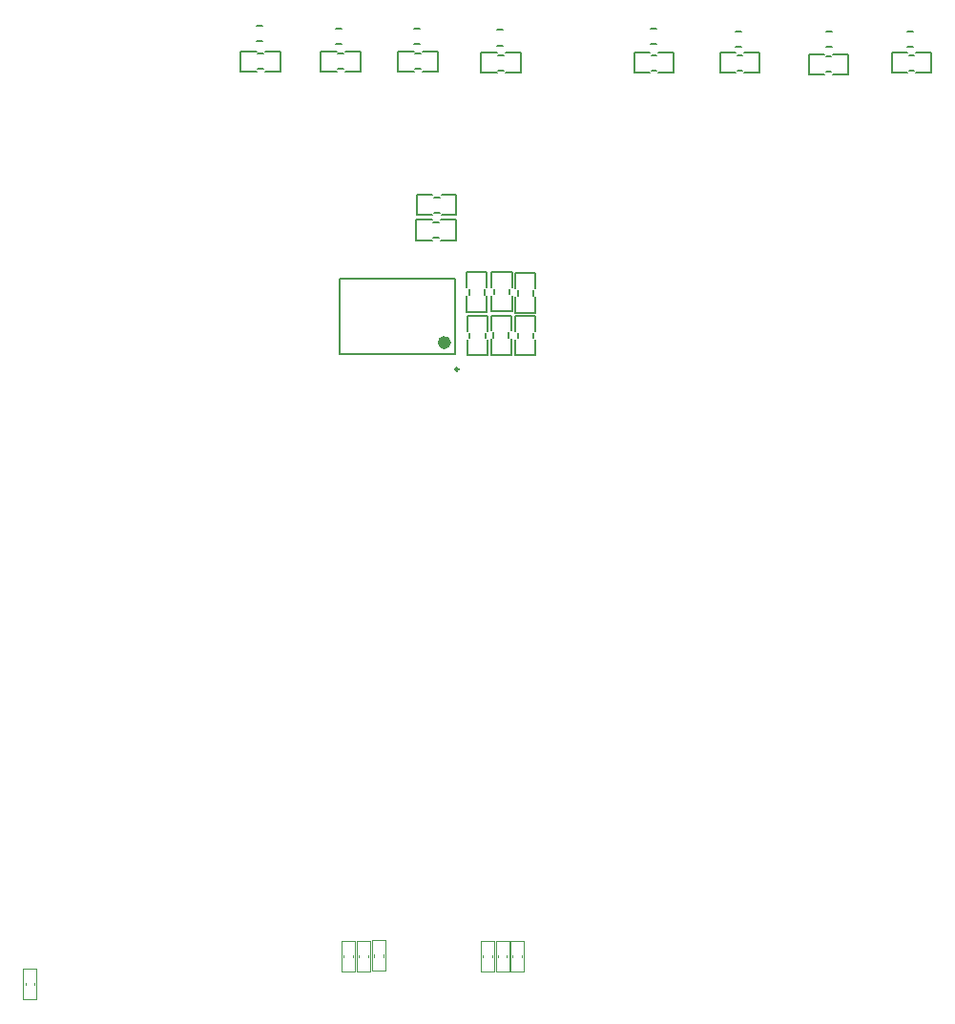
<source format=gbo>
G04*
G04 #@! TF.GenerationSoftware,Altium Limited,Altium Designer,21.9.2 (33)*
G04*
G04 Layer_Color=32896*
%FSTAX24Y24*%
%MOIN*%
G70*
G04*
G04 #@! TF.SameCoordinates,8777FA3C-9CA2-4F10-8BE3-E232CA162E6C*
G04*
G04*
G04 #@! TF.FilePolarity,Positive*
G04*
G01*
G75*
%ADD10C,0.0098*%
%ADD11C,0.0079*%
%ADD13C,0.0236*%
%ADD14C,0.0070*%
%ADD16C,0.0040*%
D10*
X025818Y035864D02*
G03*
X025818Y035864I-000049J0D01*
G01*
D11*
X021666Y036405D02*
X025721D01*
X021666Y039043D02*
X025721D01*
Y036405D02*
Y039043D01*
X021666Y036405D02*
Y039043D01*
X026961Y03637D02*
X027671D01*
X026961D02*
Y036915D01*
X027671Y03637D02*
Y036915D01*
Y03722D02*
Y037748D01*
X026961D02*
X027671D01*
X026961Y03722D02*
Y037748D01*
X024347Y04038D02*
Y04109D01*
X024892D01*
X024347Y04038D02*
X024892D01*
X025197D02*
X025725D01*
Y04109D01*
X025197D02*
X025725D01*
X024375Y041254D02*
Y041964D01*
X02492D01*
X024375Y041254D02*
X02492D01*
X025225D02*
X025753D01*
Y041964D01*
X025225D02*
X025753D01*
X026131Y03636D02*
X026841D01*
X026131D02*
Y036905D01*
X026841Y03636D02*
Y036905D01*
Y03721D02*
Y037738D01*
X026131D02*
X026841D01*
X026131Y03721D02*
Y037738D01*
X026104Y037875D02*
X026814D01*
X026104D02*
Y03842D01*
X026814Y037875D02*
Y03842D01*
Y038725D02*
Y039253D01*
X026104D02*
X026814D01*
X026104Y038725D02*
Y039253D01*
X027808Y036357D02*
X028518D01*
X027808D02*
Y036902D01*
X028518Y036357D02*
Y036902D01*
Y037207D02*
Y037735D01*
X027808D02*
X028518D01*
X027808Y037207D02*
Y037735D01*
X027804Y037845D02*
X028514D01*
X027804D02*
Y03839D01*
X028514Y037845D02*
Y03839D01*
Y038695D02*
Y039223D01*
X027804D02*
X028514D01*
X027804Y038695D02*
Y039223D01*
X026984Y037885D02*
X027694D01*
X026984D02*
Y03843D01*
X027694Y037885D02*
Y03843D01*
Y038735D02*
Y039263D01*
X026984D02*
X027694D01*
X026984Y038735D02*
Y039263D01*
X033339Y04622D02*
Y04693D01*
X032794Y04622D02*
X033339D01*
X032794Y04693D02*
X033339D01*
X031961D02*
X032489D01*
X031961Y04622D02*
Y04693D01*
Y04622D02*
X032489D01*
X032536Y047224D02*
X032733D01*
X032536Y047776D02*
X032733D01*
X036339Y04622D02*
Y04693D01*
X035794Y04622D02*
X036339D01*
X035794Y04693D02*
X036339D01*
X034961D02*
X035489D01*
X034961Y04622D02*
Y04693D01*
Y04622D02*
X035489D01*
X035517Y047124D02*
X035714D01*
X035517Y047676D02*
X035714D01*
X038667Y047124D02*
X038864D01*
X038667Y047676D02*
X038864D01*
X039439Y04617D02*
Y04688D01*
X038894Y04617D02*
X039439D01*
X038894Y04688D02*
X039439D01*
X038061D02*
X038589D01*
X038061Y04617D02*
Y04688D01*
Y04617D02*
X038589D01*
X041517Y047124D02*
X041714D01*
X041517Y047676D02*
X041714D01*
X042339Y04622D02*
Y04693D01*
X041794Y04622D02*
X042339D01*
X041794Y04693D02*
X042339D01*
X040961D02*
X041489D01*
X040961Y04622D02*
Y04693D01*
Y04622D02*
X041489D01*
X021011Y04627D02*
Y04698D01*
X021556D01*
X021011Y04627D02*
X021556D01*
X021861D02*
X022389D01*
Y04698D01*
X021861D02*
X022389D01*
X024267Y047776D02*
X024464D01*
X024267Y047224D02*
X024464D01*
X023711Y04627D02*
Y04698D01*
X024256D01*
X023711Y04627D02*
X024256D01*
X024561D02*
X025089D01*
Y04698D01*
X024561D02*
X025089D01*
X021536Y047776D02*
X021733D01*
X021536Y047224D02*
X021733D01*
X027167Y047726D02*
X027364D01*
X027167Y047174D02*
X027364D01*
X026611Y04622D02*
Y04693D01*
X027156D01*
X026611Y04622D02*
X027156D01*
X027461D02*
X027989D01*
Y04693D01*
X027461D02*
X027989D01*
X018767Y047876D02*
X018964D01*
X018767Y047324D02*
X018964D01*
X018211Y04627D02*
Y04698D01*
X018756D01*
X018211Y04627D02*
X018756D01*
X019061D02*
X019589D01*
Y04698D01*
X019061D02*
X019589D01*
D13*
X025446Y036799D02*
G03*
X025446Y036799I-000118J0D01*
G01*
D14*
X027587Y036971D02*
Y037151D01*
X027047Y036971D02*
Y037151D01*
X024948Y040464D02*
X025128D01*
X024948Y041004D02*
X025128D01*
X024976Y041338D02*
X025156D01*
X024976Y041878D02*
X025156D01*
X026757Y036961D02*
Y037141D01*
X026217Y036961D02*
Y037141D01*
X02673Y038476D02*
Y038656D01*
X02619Y038476D02*
Y038656D01*
X028434Y036958D02*
Y037138D01*
X027894Y036958D02*
Y037138D01*
X02843Y038446D02*
Y038626D01*
X02789Y038446D02*
Y038626D01*
X02761Y038486D02*
Y038666D01*
X02707Y038486D02*
Y038666D01*
X032558Y046846D02*
X032738D01*
X032558Y046306D02*
X032738D01*
X035558Y046846D02*
X035738D01*
X035558Y046306D02*
X035738D01*
X038658Y046796D02*
X038838D01*
X038658Y046256D02*
X038838D01*
X041558Y046846D02*
X041738D01*
X041558Y046306D02*
X041738D01*
X021612Y046354D02*
X021792D01*
X021612Y046894D02*
X021792D01*
X024312Y046354D02*
X024492D01*
X024312Y046894D02*
X024492D01*
X027212Y046304D02*
X027392D01*
X027212Y046844D02*
X027392D01*
X018812Y046354D02*
X018992D01*
X018812Y046894D02*
X018992D01*
D16*
X02227Y01484D02*
X02273D01*
X02227D02*
Y01591D01*
X02273D01*
Y01484D02*
Y01591D01*
X02266Y01533D02*
Y01541D01*
X02234Y01533D02*
Y01541D01*
X02174Y01484D02*
X0222D01*
X02174D02*
Y01591D01*
X0222D01*
Y01484D02*
Y01591D01*
X02213Y01533D02*
Y01541D01*
X02181Y01533D02*
Y01541D01*
X02281Y01485D02*
X02327D01*
X02281D02*
Y01592D01*
X02327D01*
Y01485D02*
Y01592D01*
X0232Y01534D02*
Y01542D01*
X02288Y01534D02*
Y01542D01*
X027645Y014838D02*
X028105D01*
X027645D02*
Y015908D01*
X028105D01*
Y014838D02*
Y015908D01*
X028035Y015328D02*
Y015408D01*
X027715Y015328D02*
Y015408D01*
X02713Y01483D02*
X02759D01*
X02713D02*
Y0159D01*
X02759D01*
Y01483D02*
Y0159D01*
X02752Y01532D02*
Y0154D01*
X0272Y01532D02*
Y0154D01*
X02661Y014825D02*
X02707D01*
X02661D02*
Y015895D01*
X02707D01*
Y014825D02*
Y015895D01*
X027Y015315D02*
Y015395D01*
X02668Y015315D02*
Y015395D01*
X01062Y01387D02*
X01108D01*
X01062D02*
Y01494D01*
X01108D01*
Y01387D02*
Y01494D01*
X01101Y01436D02*
Y01444D01*
X01069Y01436D02*
Y01444D01*
M02*

</source>
